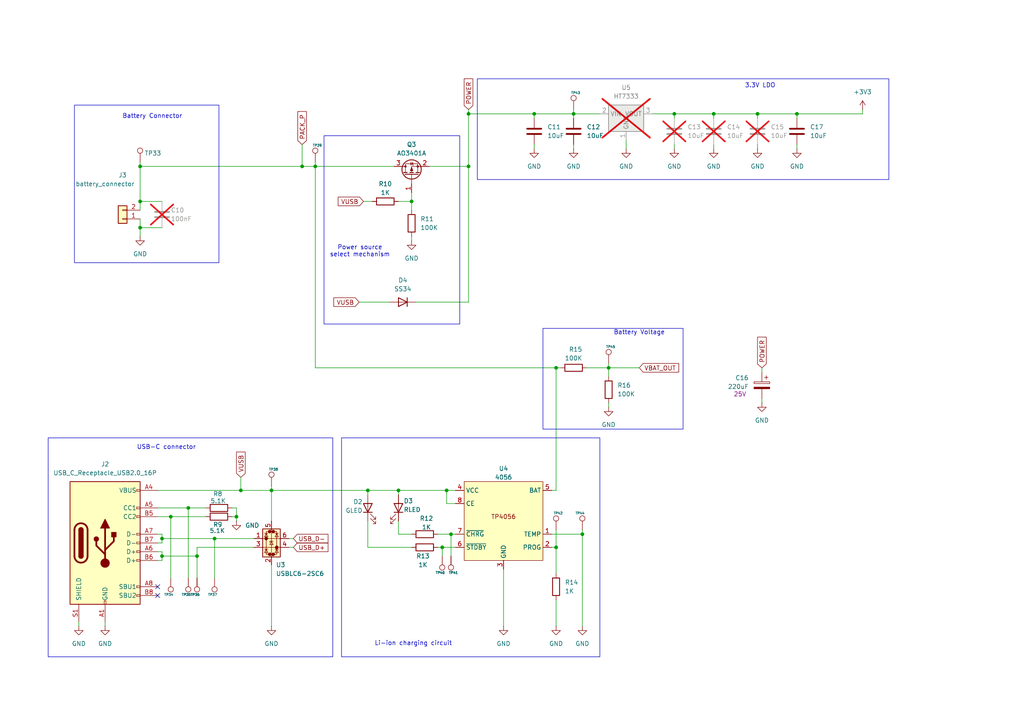
<source format=kicad_sch>
(kicad_sch (version 20250114) (generator "eeschema") (generator_version "9.0")
  (paper "A4")
  (title_block (title "Power") (date "2025-09-26") (rev "v1.0") (company "By Shrinath Nimare <shrinath.nimare@gmail.com>"))
  (lib_symbols
    (symbol "Connector:TestPoint" (pin_numbers (hide yes)) (pin_names (offset 0.762) (hide yes))
      (property "Reference" "TP" (at 0 6.858 0))
      (property "Value" "TestPoint" (at 0 5.08 0))
      (symbol "TestPoint_0_1"
        (circle (center 0 3.302) (radius 0.762))
      )
      (symbol "TestPoint_1_1"
        (pin passive line (at 0 0 90) (length 2.54) (name "1") (number "1"))
      )
    )
    (symbol "Connector:USB_C_Receptacle_USB2.0_16P" (pin_names (offset 1.016))
      (property "Reference" "J" (at 0 22.225 0))
      (property "Value" "USB_C_Receptacle_USB2.0_16P" (at 0 19.685 0))
      (symbol "USB_C_Receptacle_USB2.0_16P_0_0"
        (rectangle (start -0.254 -17.78) (end 0.254 -16.764))
        (rectangle (start 10.16 15.494) (end 9.144 14.986))
        (rectangle (start 10.16 10.414) (end 9.144 9.906))
        (rectangle (start 10.16 7.874) (end 9.144 7.366))
        (rectangle (start 10.16 2.794) (end 9.144 2.286))
        (rectangle (start 10.16 0.254) (end 9.144 -0.254))
        (rectangle (start 10.16 -2.286) (end 9.144 -2.794))
        (rectangle (start 10.16 -4.826) (end 9.144 -5.334))
        (rectangle (start 10.16 -12.446) (end 9.144 -12.954))
        (rectangle (start 10.16 -14.986) (end 9.144 -15.494))
      )
      (symbol "USB_C_Receptacle_USB2.0_16P_0_1"
        (rectangle (start -10.16 17.78) (end 10.16 -17.78) (stroke (width 0.254)) (fill (type background)))
        (polyline (pts (xy -8.89 -3.81) (xy -8.89 3.81)) (stroke (width 0.508)))
        (rectangle (start -7.62 -3.81) (end -6.35 3.81) (stroke (width 0.254)) (fill (type outline)))
        (arc (start -7.62 3.81) (mid -6.985 4.4423) (end -6.35 3.81) (stroke (width 0.254)))
        (arc (start -7.62 3.81) (mid -6.985 4.4423) (end -6.35 3.81) (stroke (width 0.254)) (fill (type outline)))
        (arc (start -8.89 3.81) (mid -6.985 5.7067) (end -5.08 3.81) (stroke (width 0.508)))
        (arc (start -5.08 -3.81) (mid -6.985 -5.7067) (end -8.89 -3.81) (stroke (width 0.508)))
        (arc (start -6.35 -3.81) (mid -6.985 -4.4423) (end -7.62 -3.81) (stroke (width 0.254)))
        (arc (start -6.35 -3.81) (mid -6.985 -4.4423) (end -7.62 -3.81) (stroke (width 0.254)) (fill (type outline)))
        (polyline (pts (xy -5.08 3.81) (xy -5.08 -3.81)) (stroke (width 0.508)))
        (circle (center -2.54 1.143) (radius 0.635) (stroke (width 0.254)) (fill (type outline)))
        (polyline (pts (xy -1.27 4.318) (xy 0 6.858) (xy 1.27 4.318) (xy -1.27 4.318)) (stroke (width 0.254)) (fill (type outline)))
        (polyline (pts (xy 0 -2.032) (xy 2.54 0.508) (xy 2.54 1.778)) (stroke (width 0.508)))
        (polyline (pts (xy 0 -3.302) (xy -2.54 -0.762) (xy -2.54 0.508)) (stroke (width 0.508)))
        (polyline (pts (xy 0 -5.842) (xy 0 4.318)) (stroke (width 0.508)))
        (circle (center 0 -5.842) (radius 1.27) (fill (type outline)))
        (rectangle (start 1.905 1.778) (end 3.175 3.048) (stroke (width 0.254)) (fill (type outline)))
      )
      (symbol "USB_C_Receptacle_USB2.0_16P_1_1"
        (pin passive line (at -7.62 -22.86 90) (length 5.08) (name "SHIELD") (number "S1"))
        (pin passive line (at 0 -22.86 90) (length 5.08) (name "GND") (number "A1"))
        (pin passive line (at 0 -22.86 90) (length 5.08) (hide yes) (name "GND") (number "A12"))
        (pin passive line (at 0 -22.86 90) (length 5.08) (hide yes) (name "GND") (number "B1"))
        (pin passive line (at 0 -22.86 90) (length 5.08) (hide yes) (name "GND") (number "B12"))
        (pin passive line (at 15.24 15.24 180) (length 5.08) (name "VBUS") (number "A4"))
        (pin passive line (at 15.24 15.24 180) (length 5.08) (hide yes) (name "VBUS") (number "A9"))
        (pin passive line (at 15.24 15.24 180) (length 5.08) (hide yes) (name "VBUS") (number "B4"))
        (pin passive line (at 15.24 15.24 180) (length 5.08) (hide yes) (name "VBUS") (number "B9"))
        (pin bidirectional line (at 15.24 10.16 180) (length 5.08) (name "CC1") (number "A5"))
        (pin bidirectional line (at 15.24 7.62 180) (length 5.08) (name "CC2") (number "B5"))
        (pin bidirectional line (at 15.24 2.54 180) (length 5.08) (name "D-") (number "A7"))
        (pin bidirectional line (at 15.24 0 180) (length 5.08) (name "D-") (number "B7"))
        (pin bidirectional line (at 15.24 -2.54 180) (length 5.08) (name "D+") (number "A6"))
        (pin bidirectional line (at 15.24 -5.08 180) (length 5.08) (name "D+") (number "B6"))
        (pin bidirectional line (at 15.24 -12.7 180) (length 5.08) (name "SBU1") (number "A8"))
        (pin bidirectional line (at 15.24 -15.24 180) (length 5.08) (name "SBU2") (number "B8"))
      )
    )
    (symbol "Connector_Generic:Conn_01x02" (pin_names (offset 1.016) (hide yes))
      (property "Reference" "J" (at 0 2.54 0))
      (property "Value" "Conn_01x02" (at 0 -5.08 0))
      (symbol "Conn_01x02_1_1"
        (rectangle (start -1.27 1.27) (end 1.27 -3.81) (stroke (width 0.254)) (fill (type background)))
        (rectangle (start -1.27 0.127) (end 0 -0.127) (stroke (width 0.1524)))
        (rectangle (start -1.27 -2.413) (end 0 -2.667) (stroke (width 0.1524)))
        (pin passive line (at -5.08 0 0) (length 3.81) (name "Pin_1") (number "1"))
        (pin passive line (at -5.08 -2.54 0) (length 3.81) (name "Pin_2") (number "2"))
      )
    )
    (symbol "Device:C" (pin_numbers (hide yes)) (pin_names (offset 0.254))
      (property "Reference" "C" (at 0.635 2.54 0))
      (property "Value" "C" (at 0.635 -2.54 0))
      (symbol "C_0_1"
        (polyline (pts (xy -2.032 0.762) (xy 2.032 0.762)) (stroke (width 0.508)))
        (polyline (pts (xy -2.032 -0.762) (xy 2.032 -0.762)) (stroke (width 0.508)))
      )
      (symbol "C_1_1"
        (pin passive line (at 0 3.81 270) (length 2.794) (name "~") (number "1"))
        (pin passive line (at 0 -3.81 90) (length 2.794) (name "~") (number "2"))
      )
    )
    (symbol "Device:C_Polarized" (pin_numbers (hide yes)) (pin_names (offset 0.254))
      (property "Reference" "C" (at 0.635 2.54 0))
      (property "Value" "C_Polarized" (at 0.635 -2.54 0))
      (symbol "C_Polarized_0_1"
        (rectangle (start -2.286 0.508) (end 2.286 1.016))
        (polyline (pts (xy -1.778 2.286) (xy -0.762 2.286)))
        (polyline (pts (xy -1.27 2.794) (xy -1.27 1.778)))
        (rectangle (start 2.286 -0.508) (end -2.286 -1.016) (fill (type outline)))
      )
      (symbol "C_Polarized_1_1"
        (pin passive line (at 0 3.81 270) (length 2.794) (name "~") (number "1"))
        (pin passive line (at 0 -3.81 90) (length 2.794) (name "~") (number "2"))
      )
    )
    (symbol "Device:D" (pin_numbers (hide yes)) (pin_names (offset 1.016) (hide yes))
      (property "Reference" "D" (at 0 2.54 0))
      (property "Value" "D" (at 0 -2.54 0))
      (symbol "D_0_1"
        (polyline (pts (xy -1.27 1.27) (xy -1.27 -1.27)) (stroke (width 0.254)))
        (polyline (pts (xy 1.27 1.27) (xy 1.27 -1.27) (xy -1.27 0) (xy 1.27 1.27)) (stroke (width 0.254)))
        (polyline (pts (xy 1.27 0) (xy -1.27 0)))
      )
      (symbol "D_1_1"
        (pin passive line (at -3.81 0 0) (length 2.54) (name "K") (number "1"))
        (pin passive line (at 3.81 0 180) (length 2.54) (name "A") (number "2"))
      )
    )
    (symbol "Device:LED" (pin_numbers (hide yes)) (pin_names (offset 1.016) (hide yes))
      (property "Reference" "D" (at 0 2.54 0))
      (property "Value" "LED" (at 0 -2.54 0))
      (symbol "LED_0_1"
        (polyline (pts (xy -3.048 -0.762) (xy -4.572 -2.286) (xy -3.81 -2.286) (xy -4.572 -2.286) (xy -4.572 -1.524)))
        (polyline (pts (xy -1.778 -0.762) (xy -3.302 -2.286) (xy -2.54 -2.286) (xy -3.302 -2.286) (xy -3.302 -1.524)))
        (polyline (pts (xy -1.27 0) (xy 1.27 0)))
        (polyline (pts (xy -1.27 -1.27) (xy -1.27 1.27)) (stroke (width 0.254)))
        (polyline (pts (xy 1.27 -1.27) (xy 1.27 1.27) (xy -1.27 0) (xy 1.27 -1.27)) (stroke (width 0.254)))
      )
      (symbol "LED_1_1"
        (pin passive line (at -3.81 0 0) (length 2.54) (name "K") (number "1"))
        (pin passive line (at 3.81 0 180) (length 2.54) (name "A") (number "2"))
      )
    )
    (symbol "Device:R" (pin_numbers (hide yes)) (pin_names (offset 0))
      (property "Reference" "R" (at 2.032 0 90))
      (property "Value" "R" (at 0 0 90))
      (symbol "R_0_1"
        (rectangle (start -1.016 -2.54) (end 1.016 2.54) (stroke (width 0.254)))
      )
      (symbol "R_1_1"
        (pin passive line (at 0 3.81 270) (length 1.27) (name "~") (number "1"))
        (pin passive line (at 0 -3.81 90) (length 1.27) (name "~") (number "2"))
      )
    )
    (symbol "Power_Protection:USBLC6-2SC6" (pin_names (hide yes))
      (property "Reference" "U" (at 0.635 5.715 0))
      (property "Value" "USBLC6-2SC6" (at 0.635 3.81 0))
      (symbol "USBLC6-2SC6_0_0"
        (circle (center -1.524 0) (radius 0.0001) (stroke (width 0.508)))
        (circle (center -0.508 2.032) (radius 0.0001) (stroke (width 0.508)))
        (circle (center -0.508 -4.572) (radius 0.0001) (stroke (width 0.508)))
        (circle (center 0.508 2.032) (radius 0.0001) (stroke (width 0.508)))
        (circle (center 0.508 -4.572) (radius 0.0001) (stroke (width 0.508)))
        (circle (center 1.524 -2.54) (radius 0.0001) (stroke (width 0.508)))
      )
      (symbol "USBLC6-2SC6_0_1"
        (polyline (pts (xy -2.54 0) (xy 2.54 0)))
        (polyline (pts (xy -2.54 -2.54) (xy 2.54 -2.54)))
        (polyline (pts (xy -2.032 0.508) (xy -1.016 0.508) (xy -1.524 1.524) (xy -2.032 0.508)))
        (polyline (pts (xy -2.032 -3.048) (xy -1.016 -3.048)))
        (polyline (pts (xy -1.016 1.524) (xy -2.032 1.524)))
        (polyline (pts (xy -1.016 -4.064) (xy -2.032 -4.064) (xy -1.524 -3.048) (xy -1.016 -4.064)))
        (polyline (pts (xy -0.508 -1.143) (xy -0.508 -0.762) (xy 0.508 -0.762)))
        (polyline (pts (xy 0 2.54) (xy -0.508 2.032) (xy 0.508 2.032) (xy 0 1.524) (xy 0 -4.064) (xy -0.508 -4.572) (xy 0.508 -4.572) (xy 0 -5.08)))
        (polyline (pts (xy 0.508 -1.778) (xy -0.508 -1.778) (xy 0 -0.762) (xy 0.508 -1.778)))
        (polyline (pts (xy 1.016 1.524) (xy 2.032 1.524)))
        (polyline (pts (xy 1.016 -3.048) (xy 2.032 -3.048)))
        (polyline (pts (xy 2.032 0.508) (xy 1.016 0.508) (xy 1.524 1.524) (xy 2.032 0.508)))
        (polyline (pts (xy 2.032 -4.064) (xy 1.016 -4.064) (xy 1.524 -3.048) (xy 2.032 -4.064)))
      )
      (symbol "USBLC6-2SC6_1_1"
        (rectangle (start -2.54 2.794) (end 2.54 -5.334) (stroke (width 0.254)) (fill (type background)))
        (polyline (pts (xy -0.508 2.032) (xy -1.524 2.032) (xy -1.524 -4.572) (xy -0.508 -4.572)))
        (polyline (pts (xy 0.508 -4.572) (xy 1.524 -4.572) (xy 1.524 2.032) (xy 0.508 2.032)))
        (pin passive line (at -5.08 0 0) (length 2.54) (name "I/O1") (number "1"))
        (pin passive line (at -5.08 -2.54 0) (length 2.54) (name "I/O2") (number "3"))
        (pin passive line (at 0 5.08 270) (length 2.54) (name "VBUS") (number "5"))
        (pin passive line (at 0 -7.62 90) (length 2.54) (name "GND") (number "2"))
        (pin passive line (at 5.08 0 180) (length 2.54) (name "I/O1") (number "6"))
        (pin passive line (at 5.08 -2.54 180) (length 2.54) (name "I/O2") (number "4"))
      )
    )
    (symbol "Regulator_Linear:HT75xx-1-SOT89"
      (property "Reference" "U" (at -5.08 -3.81 0))
      (property "Value" "HT75xx-1-SOT89" (at 0 6.35 0))
      (symbol "HT75xx-1-SOT89_0_1"
        (rectangle (start -5.08 5.08) (end 5.08 -2.54) (stroke (width 0.254)) (fill (type background)))
      )
      (symbol "HT75xx-1-SOT89_1_1"
        (pin power_in line (at -7.62 2.54 0) (length 2.54) (name "VIN") (number "2"))
        (pin power_in line (at 0 -5.08 90) (length 2.54) (name "GND") (number "1"))
        (pin power_out line (at 7.62 2.54 180) (length 2.54) (name "VOUT") (number "3"))
      )
    )
    (symbol "TP4056:TP4056"
      (property "Reference" "U" (at 0 17.78 0))
      (symbol "TP4056_1_1"
        (rectangle (start -11.43 10.16) (end 11.43 -12.7) (fill (type background)))
        (text "TP4056" (at 0 0 0) (effects (font (size 1.27 1.27))))
        (pin input line (at -13.97 7.62 0) (length 2.54) (name "VCC") (number "4"))
        (pin input line (at -13.97 3.81 0) (length 2.54) (name "CE") (number "8"))
        (pin input line (at -13.97 -5.08 0) (length 2.54) (name "~{CHRG}") (number "7"))
        (pin input line (at -13.97 -8.89 0) (length 2.54) (name "~{STDBY}") (number "6"))
        (pin input line (at 0 -15.24 90) (length 2.54) (name "GND") (number "3"))
        (pin input line (at 13.97 7.62 180) (length 2.54) (name "BAT") (number "5"))
        (pin input line (at 13.97 -5.08 180) (length 2.54) (name "TEMP") (number "1"))
        (pin input line (at 13.97 -8.89 180) (length 2.54) (name "PROG") (number "2"))
      )
    )
    (symbol "Transistor_FET:AO3401A" (pin_names (hide yes))
      (property "Reference" "Q" (at 5.08 1.905 0))
      (property "Value" "AO3401A" (at 5.08 0 0))
      (symbol "AO3401A_0_1"
        (polyline (pts (xy 0.254 1.905) (xy 0.254 -1.905)) (stroke (width 0.254)))
        (polyline (pts (xy 0.254 0) (xy -2.54 0)))
        (polyline (pts (xy 0.762 2.286) (xy 0.762 1.27)) (stroke (width 0.254)))
        (polyline (pts (xy 0.762 1.778) (xy 3.302 1.778) (xy 3.302 -1.778) (xy 0.762 -1.778)))
        (polyline (pts (xy 0.762 0.508) (xy 0.762 -0.508)) (stroke (width 0.254)))
        (polyline (pts (xy 0.762 -1.27) (xy 0.762 -2.286)) (stroke (width 0.254)))
        (circle (center 1.651 0) (radius 2.794) (stroke (width 0.254)))
        (polyline (pts (xy 2.286 0) (xy 1.27 0.381) (xy 1.27 -0.381) (xy 2.286 0)) (fill (type outline)))
        (polyline (pts (xy 2.54 2.54) (xy 2.54 1.778)))
        (circle (center 2.54 1.778) (radius 0.254) (fill (type outline)))
        (circle (center 2.54 -1.778) (radius 0.254) (fill (type outline)))
        (polyline (pts (xy 2.54 -2.54) (xy 2.54 0) (xy 0.762 0)))
        (polyline (pts (xy 2.794 -0.508) (xy 2.921 -0.381) (xy 3.683 -0.381) (xy 3.81 -0.254)))
        (polyline (pts (xy 3.302 -0.381) (xy 2.921 0.254) (xy 3.683 0.254) (xy 3.302 -0.381)))
      )
      (symbol "AO3401A_1_1"
        (pin input line (at -5.08 0 0) (length 2.54) (name "G") (number "1"))
        (pin passive line (at 2.54 5.08 270) (length 2.54) (name "D") (number "3"))
        (pin passive line (at 2.54 -5.08 90) (length 2.54) (name "S") (number "2"))
      )
    )
    (symbol "power:+3V3" (power) (pin_numbers (hide yes)) (pin_names (offset 0) (hide yes))
      (property "Value" "+3V3" (at 0 3.556 0))
      (symbol "+3V3_0_1"
        (polyline (pts (xy -0.762 1.27) (xy 0 2.54)))
        (polyline (pts (xy 0 2.54) (xy 0.762 1.27)))
        (polyline (pts (xy 0 0) (xy 0 2.54)))
      )
      (symbol "+3V3_1_1"
        (pin power_in line (at 0 0 90) (length 0) (name "~") (number "1"))
      )
    )
    (symbol "power:GND" (power) (pin_numbers (hide yes)) (pin_names (offset 0) (hide yes))
      (property "Value" "GND" (at 0 -3.81 0))
      (symbol "GND_0_1"
        (polyline (pts (xy 0 0) (xy 0 -1.27) (xy 1.27 -1.27) (xy 0 -2.54) (xy -1.27 -1.27) (xy 0 -1.27)))
      )
      (symbol "GND_1_1"
        (pin power_in line (at 0 0 270) (length 0) (name "~") (number "1"))
      )
    )
  )
  (rectangle (start 99.06 127) (end 173.99 190.5))
  (rectangle (start 93.98 39.37) (end 133.35 93.98))
  (rectangle (start 21.59 30.48) (end 63.5 76.2))
  (rectangle (start 138.43 22.86) (end 257.81 52.07))
  (rectangle (start 13.97 127) (end 96.52 190.5))
  (rectangle (start 157.48 95.25) (end 198.12 124.46))
  (text "Battery Connector" (at 44.196 33.782 0) (effects (font (size 1.27 1.27))))
  (text "Battery Voltage" (at 185.42 96.52 0) (effects (font (size 1.27 1.27))))
  (text "3.3V LDO" (at 220.472 24.892 0) (effects (font (size 1.27 1.27))))
  (text "USB-C connector" (at 48.26 129.794 0) (effects (font (size 1.27 1.27))))
  (text "Li-ion charging circuit" (at 119.888 186.69 0) (effects (font (size 1.27 1.27))))
  (text "Power source\nselect mechanism" (at 104.394 72.898 0) (effects (font (size 1.27 1.27))))
  (junction (at 68.58 149.86))
  (junction (at 154.94 33.02))
  (junction (at 57.15 161.29))
  (junction (at 69.85 142.24))
  (junction (at 115.57 142.24))
  (junction (at 176.53 106.68))
  (junction (at 46.99 161.29))
  (junction (at 46.99 156.21))
  (junction (at 62.23 156.21))
  (junction (at 130.81 154.94))
  (junction (at 128.27 158.75))
  (junction (at 195.58 33.02))
  (junction (at 87.63 48.26))
  (junction (at 106.68 142.24))
  (junction (at 231.14 33.02))
  (junction (at 135.89 48.26))
  (junction (at 129.54 142.24))
  (junction (at 119.38 58.42))
  (junction (at 166.37 33.02))
  (junction (at 161.29 158.75))
  (junction (at 40.64 48.26))
  (junction (at 49.53 149.86))
  (junction (at 40.64 66.04))
  (junction (at 54.61 147.32))
  (junction (at 207.01 33.02))
  (junction (at 161.29 106.68))
  (junction (at 219.71 33.02))
  (junction (at 135.89 33.02))
  (junction (at 91.44 48.26))
  (junction (at 78.74 142.24))
  (junction (at 168.91 154.94))
  (junction (at 40.64 58.42))
  (no_connect (at 45.72 172.72))
  (no_connect (at 45.72 170.18))
  (wire (pts (xy 127 154.94) (xy 130.81 154.94)))
  (wire (pts (xy 115.57 142.24) (xy 115.57 143.51)))
  (wire (pts (xy 154.94 33.02) (xy 135.89 33.02)))
  (wire (pts (xy 146.05 165.1) (xy 146.05 181.61)))
  (wire (pts (xy 128.27 158.75) (xy 128.27 161.29)))
  (wire (pts (xy 46.99 160.02) (xy 46.99 161.29)))
  (wire (pts (xy 119.38 55.88) (xy 119.38 58.42)))
  (wire (pts (xy 46.99 161.29) (xy 46.99 162.56)))
  (wire (pts (xy 40.64 58.42) (xy 40.64 48.26)))
  (wire (pts (xy 207.01 34.29) (xy 207.01 33.02)))
  (wire (pts (xy 176.53 109.22) (xy 176.53 106.68)))
  (wire (pts (xy 62.23 156.21) (xy 62.23 167.64)))
  (wire (pts (xy 220.98 106.68) (xy 220.98 107.95)))
  (wire (pts (xy 49.53 149.86) (xy 59.69 149.86)))
  (wire (pts (xy 40.64 48.26) (xy 87.63 48.26)))
  (wire (pts (xy 78.74 163.83) (xy 78.74 181.61)))
  (wire (pts (xy 161.29 106.68) (xy 91.44 106.68)))
  (wire (pts (xy 45.72 154.94) (xy 46.99 154.94)))
  (wire (pts (xy 132.08 146.05) (xy 129.54 146.05)))
  (wire (pts (xy 68.58 149.86) (xy 68.58 151.13)))
  (wire (pts (xy 135.89 33.02) (xy 135.89 48.26)))
  (wire (pts (xy 87.63 41.91) (xy 87.63 48.26)))
  (wire (pts (xy 91.44 48.26) (xy 114.3 48.26)))
  (wire (pts (xy 220.98 116.84) (xy 220.98 115.57)))
  (wire (pts (xy 69.85 142.24) (xy 45.72 142.24)))
  (wire (pts (xy 45.72 147.32) (xy 54.61 147.32)))
  (wire (pts (xy 30.48 180.34) (xy 30.48 181.61)))
  (wire (pts (xy 154.94 34.29) (xy 154.94 33.02)))
  (wire (pts (xy 45.72 160.02) (xy 46.99 160.02)))
  (wire (pts (xy 219.71 34.29) (xy 219.71 33.02)))
  (wire (pts (xy 91.44 46.99) (xy 91.44 48.26)))
  (wire (pts (xy 135.89 48.26) (xy 135.89 87.63)))
  (wire (pts (xy 161.29 106.68) (xy 162.56 106.68)))
  (wire (pts (xy 166.37 31.75) (xy 166.37 33.02)))
  (wire (pts (xy 207.01 41.91) (xy 207.01 43.18)))
  (wire (pts (xy 54.61 147.32) (xy 54.61 167.64)))
  (wire (pts (xy 189.23 33.02) (xy 195.58 33.02)))
  (wire (pts (xy 57.15 161.29) (xy 57.15 158.75)))
  (wire (pts (xy 115.57 142.24) (xy 129.54 142.24)))
  (wire (pts (xy 49.53 149.86) (xy 49.53 167.64)))
  (wire (pts (xy 250.19 33.02) (xy 250.19 31.75)))
  (wire (pts (xy 181.61 40.64) (xy 181.61 43.18)))
  (wire (pts (xy 40.64 46.99) (xy 40.64 48.26)))
  (wire (pts (xy 69.85 142.24) (xy 78.74 142.24)))
  (wire (pts (xy 40.64 58.42) (xy 46.99 58.42)))
  (wire (pts (xy 57.15 158.75) (xy 73.66 158.75)))
  (wire (pts (xy 85.09 158.75) (xy 83.82 158.75)))
  (wire (pts (xy 129.54 142.24) (xy 132.08 142.24)))
  (wire (pts (xy 161.29 106.68) (xy 161.29 142.24)))
  (wire (pts (xy 46.99 154.94) (xy 46.99 156.21)))
  (wire (pts (xy 54.61 147.32) (xy 59.69 147.32)))
  (wire (pts (xy 124.46 48.26) (xy 135.89 48.26)))
  (wire (pts (xy 130.81 154.94) (xy 130.81 161.29)))
  (wire (pts (xy 231.14 33.02) (xy 250.19 33.02)))
  (wire (pts (xy 120.65 87.63) (xy 135.89 87.63)))
  (wire (pts (xy 40.64 60.96) (xy 40.64 58.42)))
  (wire (pts (xy 154.94 33.02) (xy 166.37 33.02)))
  (wire (pts (xy 166.37 33.02) (xy 173.99 33.02)))
  (wire (pts (xy 161.29 181.61) (xy 161.29 173.99)))
  (wire (pts (xy 166.37 41.91) (xy 166.37 43.18)))
  (wire (pts (xy 57.15 161.29) (xy 57.15 167.64)))
  (wire (pts (xy 22.86 180.34) (xy 22.86 181.61)))
  (wire (pts (xy 168.91 154.94) (xy 160.02 154.94)))
  (wire (pts (xy 119.38 158.75) (xy 106.68 158.75)))
  (wire (pts (xy 106.68 158.75) (xy 106.68 151.13)))
  (wire (pts (xy 78.74 142.24) (xy 106.68 142.24)))
  (wire (pts (xy 46.99 156.21) (xy 46.99 157.48)))
  (wire (pts (xy 161.29 142.24) (xy 160.02 142.24)))
  (wire (pts (xy 166.37 34.29) (xy 166.37 33.02)))
  (wire (pts (xy 154.94 41.91) (xy 154.94 43.18)))
  (wire (pts (xy 40.64 63.5) (xy 40.64 66.04)))
  (wire (pts (xy 68.58 147.32) (xy 68.58 149.86)))
  (wire (pts (xy 67.31 147.32) (xy 68.58 147.32)))
  (wire (pts (xy 106.68 142.24) (xy 115.57 142.24)))
  (wire (pts (xy 170.18 106.68) (xy 176.53 106.68)))
  (wire (pts (xy 115.57 151.13) (xy 115.57 154.94)))
  (wire (pts (xy 67.31 149.86) (xy 68.58 149.86)))
  (wire (pts (xy 104.14 87.63) (xy 113.03 87.63)))
  (wire (pts (xy 119.38 68.58) (xy 119.38 69.85)))
  (wire (pts (xy 219.71 41.91) (xy 219.71 43.18)))
  (wire (pts (xy 127 158.75) (xy 128.27 158.75)))
  (wire (pts (xy 231.14 34.29) (xy 231.14 33.02)))
  (wire (pts (xy 130.81 154.94) (xy 132.08 154.94)))
  (wire (pts (xy 91.44 48.26) (xy 91.44 106.68)))
  (wire (pts (xy 168.91 181.61) (xy 168.91 154.94)))
  (wire (pts (xy 105.41 58.42) (xy 107.95 58.42)))
  (wire (pts (xy 135.89 31.75) (xy 135.89 33.02)))
  (wire (pts (xy 46.99 162.56) (xy 45.72 162.56)))
  (wire (pts (xy 40.64 66.04) (xy 40.64 68.58)))
  (wire (pts (xy 46.99 157.48) (xy 45.72 157.48)))
  (wire (pts (xy 161.29 158.75) (xy 160.02 158.75)))
  (wire (pts (xy 161.29 153.67) (xy 161.29 158.75)))
  (wire (pts (xy 40.64 66.04) (xy 46.99 66.04)))
  (wire (pts (xy 78.74 142.24) (xy 78.74 151.13)))
  (wire (pts (xy 119.38 58.42) (xy 119.38 60.96)))
  (wire (pts (xy 87.63 48.26) (xy 91.44 48.26)))
  (wire (pts (xy 46.99 156.21) (xy 62.23 156.21)))
  (wire (pts (xy 78.74 140.97) (xy 78.74 142.24)))
  (wire (pts (xy 207.01 33.02) (xy 219.71 33.02)))
  (wire (pts (xy 176.53 116.84) (xy 176.53 118.11)))
  (wire (pts (xy 168.91 153.67) (xy 168.91 154.94)))
  (wire (pts (xy 62.23 156.21) (xy 73.66 156.21)))
  (wire (pts (xy 195.58 33.02) (xy 207.01 33.02)))
  (wire (pts (xy 219.71 33.02) (xy 231.14 33.02)))
  (wire (pts (xy 106.68 142.24) (xy 106.68 143.51)))
  (wire (pts (xy 129.54 146.05) (xy 129.54 142.24)))
  (wire (pts (xy 46.99 161.29) (xy 57.15 161.29)))
  (wire (pts (xy 195.58 34.29) (xy 195.58 33.02)))
  (wire (pts (xy 231.14 41.91) (xy 231.14 43.18)))
  (wire (pts (xy 69.85 138.43) (xy 69.85 142.24)))
  (wire (pts (xy 85.09 156.21) (xy 83.82 156.21)))
  (wire (pts (xy 161.29 166.37) (xy 161.29 158.75)))
  (wire (pts (xy 115.57 58.42) (xy 119.38 58.42)))
  (wire (pts (xy 128.27 158.75) (xy 132.08 158.75)))
  (wire (pts (xy 45.72 149.86) (xy 49.53 149.86)))
  (wire (pts (xy 115.57 154.94) (xy 119.38 154.94)))
  (wire (pts (xy 176.53 106.68) (xy 185.42 106.68)))
  (wire (pts (xy 176.53 105.41) (xy 176.53 106.68)))
  (wire (pts (xy 195.58 41.91) (xy 195.58 43.18)))
  (global_label "POWER" (shape input) (at 135.89 31.75 90) (property "Intersheetrefs" "${INTERSHEET_REFS}" (effects (hide yes))))
  (global_label "VUSB" (shape input) (at 105.41 58.42 180) (property "Intersheetrefs" "${INTERSHEET_REFS}" (effects (hide yes))))
  (global_label "USB_D-" (shape input) (at 85.09 156.21 0) (property "Intersheetrefs" "${INTERSHEET_REFS}" (effects (hide yes))))
  (global_label "VUSB" (shape input) (at 69.85 138.43 90) (property "Intersheetrefs" "${INTERSHEET_REFS}" (effects (hide yes))))
  (global_label "PACK_P" (shape input) (at 87.63 41.91 90) (effects (font (thickness 0.1588))) (property "Intersheetrefs" "${INTERSHEET_REFS}" (effects (hide yes))))
  (global_label "VUSB" (shape input) (at 104.14 87.63 180) (property "Intersheetrefs" "${INTERSHEET_REFS}" (effects (hide yes))))
  (global_label "USB_D+" (shape input) (at 85.09 158.75 0) (property "Intersheetrefs" "${INTERSHEET_REFS}" (effects (hide yes))))
  (global_label "VBAT_OUT" (shape input) (at 185.42 106.68 0) (property "Intersheetrefs" "${INTERSHEET_REFS}" (effects (hide yes))))
  (global_label "POWER" (shape input) (at 220.98 106.68 90) (property "Intersheetrefs" "${INTERSHEET_REFS}" (effects (hide yes))))
  (symbol (lib_id "Device:D") (at 116.84 87.63 180) (unit 1)
    (property "Reference" "D4" (at 116.84 81.28 0))
    (property "Value" "SS34" (at 116.84 83.82 0))
    (property "Footprint" "Diode_SMD:D_SMA" (effects (hide yes)))
    (property "Description" "Diode" (effects (hide yes)))
    (property "Sim.Device" "D" (effects (hide yes)))
    (property "Sim.Pins" "1=K 2=A" (effects (hide yes)))
    (property "Source" "Own" (effects (hide yes)))
  )
  (symbol (lib_id "Device:R") (at 176.53 113.03 180) (unit 1)
    (property "Reference" "R16" (at 179.07 111.7599 0) (effects (justify right)))
    (property "Value" "100K" (at 179.07 114.2999 0) (effects (justify right)))
    (property "Footprint" "Resistor_SMD:R_0805_2012Metric" (effects (hide yes)))
    (property "Description" "Resistor" (effects (hide yes)))
    (property "Source" "Evelta" (effects (hide yes)))
    (property "Source_URL" "https://evelta.com/100k-1-0805-chip-resistor-rc0805fr-07100kl/" (effects (hide yes)))
  )
  (symbol (lib_id "power:GND") (at 161.29 181.61 0) (unit 1)
    (property "Reference" "#PWR039" (effects (hide yes)))
    (property "Value" "GND" (at 161.29 186.69 0))
    (property "Description" "Power symbol creates a global label with name \"GND\" , ground" (effects (hide yes)))
  )
  (symbol (lib_id "Device:R") (at 123.19 158.75 90) (mirror x) (unit 1)
    (property "Reference" "R13" (at 122.682 161.29 90))
    (property "Value" "1K" (at 122.682 163.83 90))
    (property "Footprint" "Resistor_SMD:R_0805_2012Metric" (effects (hide yes)))
    (property "Description" "Resistor" (effects (hide yes)))
    (property "Source" "Evelta" (effects (hide yes)))
    (property "Source_URL" "https://evelta.com/1k-1-0805-thick-film-chip-resistor-0805w8f1001t5e/" (effects (hide yes)))
  )
  (symbol (lib_id "power:GND") (at 119.38 69.85 0) (unit 1)
    (property "Reference" "#PWR036" (effects (hide yes)))
    (property "Value" "GND" (at 119.38 74.93 0))
    (property "Description" "Power symbol creates a global label with name \"GND\" , ground" (effects (hide yes)))
  )
  (symbol (lib_id "Connector:TestPoint") (at 128.27 161.29 180) (unit 1)
    (property "Reference" "TP40" (at 129.032 166.116 0) (effects (font (size 0.7 0.7)) (justify left)))
    (property "Value" "TestPoint" (effects (hide yes)))
    (property "Footprint" "small_tp:TestPoint_Pad_D1.0mm_small" (effects (hide yes)))
  )
  (symbol (lib_id "Connector:TestPoint") (at 78.74 140.97 0) (unit 1)
    (property "Reference" "TP38" (at 77.978 136.144 0) (effects (font (size 0.7 0.7)) (justify left)))
    (property "Value" "TestPoint" (effects (hide yes)))
    (property "Footprint" "small_tp:TestPoint_Pad_D1.0mm_small" (effects (hide yes)))
  )
  (symbol (lib_id "TP4056:TP4056") (at 146.05 149.86 0) (unit 1)
    (property "Reference" "U4" (at 146.05 135.89 0))
    (property "Value" "4056" (at 146.05 138.43 0))
    (property "Footprint" "Package_SO:SOP-8_3.9x4.9mm_P1.27mm" (effects (hide yes)))
    (property "Source" "Own" (effects (hide yes)))
  )
  (symbol (lib_id "Device:R") (at 63.5 149.86 90) (unit 1)
    (property "Reference" "R9" (at 64.516 152.146 90) (effects (justify left)))
    (property "Value" "5.1K" (at 65.278 153.924 90) (effects (justify left)))
    (property "Footprint" "Resistor_SMD:R_0805_2012Metric" (effects (hide yes)))
    (property "Description" "Resistor" (effects (hide yes)))
    (property "Source" "Evelta" (effects (hide yes)))
    (property "Source_URL" "https://evelta.com/5-1k-1-0-125w-0805-chip-resistor/" (effects (hide yes)))
  )
  (symbol (lib_id "Connector:TestPoint") (at 40.64 46.99 0) (unit 1)
    (property "Reference" "TP33" (at 41.91 44.45 0) (effects (justify left)))
    (property "Value" "TestPoint" (effects (hide yes)))
    (property "Footprint" "small_tp:TestPoint_Pad_D1.0mm_small" (effects (hide yes)))
  )
  (symbol (lib_id "power:GND") (at 166.37 43.18 0) (unit 1)
    (property "Reference" "#PWR040" (effects (hide yes)))
    (property "Value" "GND" (at 166.37 48.26 0))
    (property "Description" "Power symbol creates a global label with name \"GND\" , ground" (effects (hide yes)))
  )
  (symbol (lib_id "Connector:TestPoint") (at 130.81 161.29 180) (unit 1)
    (property "Reference" "TP41" (at 132.842 166.116 0) (effects (font (size 0.7 0.7)) (justify left)))
    (property "Value" "TestPoint" (effects (hide yes)))
    (property "Footprint" "small_tp:TestPoint_Pad_D1.0mm_small" (effects (hide yes)))
  )
  (symbol (lib_id "Device:C") (at 207.01 38.1 0) (mirror y) (unit 1) (dnp yes)
    (property "Reference" "C14" (at 210.82 36.8299 0) (effects (justify right)))
    (property "Value" "10uF" (at 210.82 39.3699 0) (effects (justify right)))
    (property "Footprint" "Capacitor_SMD:C_0805_2012Metric" (effects (hide yes)))
    (property "Description" "Unpolarized capacitor" (effects (hide yes)))
    (property "Source" "Evelta" (effects (hide yes)))
    (property "Source_URL" "https://evelta.com/10uf-25v-10-x5r-0805-capacitor/" (effects (hide yes)))
  )
  (symbol (lib_id "power:GND") (at 219.71 43.18 0) (unit 1)
    (property "Reference" "#PWR046" (effects (hide yes)))
    (property "Value" "GND" (at 219.71 48.26 0))
    (property "Description" "Power symbol creates a global label with name \"GND\" , ground" (effects (hide yes)))
  )
  (symbol (lib_id "Device:C") (at 154.94 38.1 0) (mirror y) (unit 1)
    (property "Reference" "C11" (at 158.75 36.8299 0) (effects (justify right)))
    (property "Value" "10uF" (at 158.75 39.3699 0) (effects (justify right)))
    (property "Footprint" "Capacitor_SMD:C_0805_2012Metric" (effects (hide yes)))
    (property "Description" "Unpolarized capacitor" (effects (hide yes)))
    (property "Source" "Evelta" (effects (hide yes)))
    (property "Source_URL" "https://evelta.com/10uf-25v-10-x5r-0805-capacitor/" (effects (hide yes)))
  )
  (symbol (lib_id "power:GND") (at 181.61 43.18 0) (unit 1)
    (property "Reference" "#PWR043" (effects (hide yes)))
    (property "Value" "GND" (at 181.61 48.26 0))
    (property "Description" "Power symbol creates a global label with name \"GND\" , ground" (effects (hide yes)))
  )
  (symbol (lib_id "Device:R") (at 111.76 58.42 90) (unit 1)
    (property "Reference" "R10" (at 111.76 53.34 90))
    (property "Value" "1K" (at 111.76 55.88 90))
    (property "Footprint" "Resistor_SMD:R_0805_2012Metric" (effects (hide yes)))
    (property "Description" "Resistor" (effects (hide yes)))
    (property "Source" "Evelta" (effects (hide yes)))
    (property "Source_URL" "https://evelta.com/1k-1-0805-thick-film-chip-resistor-0805w8f1001t5e/" (effects (hide yes)))
  )
  (symbol (lib_id "power:GND") (at 168.91 181.61 0) (unit 1)
    (property "Reference" "#PWR041" (effects (hide yes)))
    (property "Value" "GND" (at 168.91 186.69 0))
    (property "Description" "Power symbol creates a global label with name \"GND\" , ground" (effects (hide yes)))
  )
  (symbol (lib_id "Device:LED") (at 106.68 147.32 90) (unit 1)
    (property "Reference" "D2" (at 105.156 145.542 90) (effects (justify left)))
    (property "Value" "GLED" (at 105.156 148.082 90) (effects (justify left)))
    (property "Footprint" "LED_SMD:LED_0805_2012Metric" (effects (hide yes)))
    (property "Description" "Light emitting diode" (effects (hide yes)))
    (property "Source" "Evelta" (effects (hide yes)))
    (property "Source_URL" "https://evelta.com/0805-yellow-green-smd-led-567nm/" (effects (hide yes)))
  )
  (symbol (lib_id "power:GND") (at 231.14 43.18 0) (unit 1)
    (property "Reference" "#PWR048" (effects (hide yes)))
    (property "Value" "GND" (at 231.14 48.26 0))
    (property "Description" "Power symbol creates a global label with name \"GND\" , ground" (effects (hide yes)))
  )
  (symbol (lib_id "Connector:TestPoint") (at 49.53 167.64 180) (unit 1)
    (property "Reference" "TP34" (at 50.292 172.466 0) (effects (font (size 0.7 0.7)) (justify left)))
    (property "Value" "TestPoint" (effects (hide yes)))
    (property "Footprint" "small_tp:TestPoint_Pad_D1.0mm_small" (effects (hide yes)))
  )
  (symbol (lib_id "Power_Protection:USBLC6-2SC6") (at 78.74 156.21 0) (unit 1)
    (property "Reference" "U3" (at 80.01 163.83 0) (effects (justify left)))
    (property "Value" "USBLC6-2SC6" (at 80.01 166.37 0) (effects (justify left)))
    (property "Footprint" "Package_TO_SOT_SMD:SOT-23-6" (effects (hide yes)))
    (property "Datasheet" "https://www.st.com/resource/en/datasheet/usblc6-2.pdf" (effects (hide yes)))
    (property "Description" "Very low capacitance ESD protection diode, 2 data-line, SOT-23-6" (effects (hide yes)))
    (property "Source" "Inkocean" (effects (hide yes)))
    (property "Source_URL" "https://inkocean.in/products/usblc6-2sc6-usblc62sc6-sot23-6-ul26-screen-esd-protection-chip" (effects (hide yes)))
  )
  (symbol (lib_id "Connector:TestPoint") (at 62.23 167.64 180) (unit 1)
    (property "Reference" "TP37" (at 62.992 172.466 0) (effects (font (size 0.7 0.7)) (justify left)))
    (property "Value" "TestPoint" (effects (hide yes)))
    (property "Footprint" "small_tp:TestPoint_Pad_D1.0mm_small" (effects (hide yes)))
  )
  (symbol (lib_id "Device:C_Polarized") (at 220.98 111.76 0) (mirror y) (unit 1)
    (property "Reference" "C16" (at 217.17 109.601 0) (effects (justify left)))
    (property "Value" "220uF" (at 217.17 112.141 0) (effects (justify left)))
    (property "Footprint" "Capacitor_THT:CP_Radial_D5.0mm_P2.00mm" (effects (hide yes)))
    (property "Rating" "25V" (at 214.63 114.3 0))
  )
  (symbol (lib_id "Device:R") (at 123.19 154.94 90) (unit 1)
    (property "Reference" "R12" (at 123.698 150.368 90))
    (property "Value" "1K" (at 123.698 152.908 90))
    (property "Footprint" "Resistor_SMD:R_0805_2012Metric" (effects (hide yes)))
    (property "Description" "Resistor" (effects (hide yes)))
    (property "Source" "Evelta" (effects (hide yes)))
    (property "Source_URL" "https://evelta.com/1k-1-0805-thick-film-chip-resistor-0805w8f1001t5e/" (effects (hide yes)))
  )
  (symbol (lib_id "Device:C") (at 46.99 62.23 0) (unit 1) (dnp yes)
    (property "Reference" "C10" (at 49.53 60.96 0) (effects (justify left)))
    (property "Value" "100nF" (at 49.53 63.5 0) (effects (justify left)))
    (property "Footprint" "Capacitor_SMD:C_0805_2012Metric" (effects (hide yes)))
    (property "Source" "Evelta" (effects (hide yes)))
    (property "Source_URL" "https://evelta.com/100nf-50v-10-x7r-0805-capacitor/" (effects (hide yes)))
  )
  (symbol (lib_id "Device:R") (at 119.38 64.77 180) (unit 1)
    (property "Reference" "R11" (at 121.92 63.4999 0) (effects (justify right)))
    (property "Value" "100K" (at 121.92 66.0399 0) (effects (justify right)))
    (property "Footprint" "Resistor_SMD:R_0805_2012Metric" (effects (hide yes)))
    (property "Description" "Resistor" (effects (hide yes)))
    (property "Source" "Evelta" (effects (hide yes)))
    (property "Source_URL" "https://evelta.com/100k-1-0805-chip-resistor-rc0805fr-07100kl/" (effects (hide yes)))
  )
  (symbol (lib_id "Connector:TestPoint") (at 91.44 46.99 0) (unit 1)
    (property "Reference" "TP39" (at 90.678 42.164 0) (effects (font (size 0.7 0.7)) (justify left)))
    (property "Value" "TestPoint" (effects (hide yes)))
    (property "Footprint" "small_tp:TestPoint_Pad_D1.0mm_small" (effects (hide yes)))
  )
  (symbol (lib_id "power:GND") (at 207.01 43.18 0) (unit 1)
    (property "Reference" "#PWR045" (effects (hide yes)))
    (property "Value" "GND" (at 207.01 48.26 0))
    (property "Description" "Power symbol creates a global label with name \"GND\" , ground" (effects (hide yes)))
  )
  (symbol (lib_id "Connector:TestPoint") (at 166.37 31.75 0) (unit 1)
    (property "Reference" "TP43" (at 165.608 26.924 0) (effects (font (size 0.7 0.7)) (justify left)))
    (property "Value" "TestPoint" (effects (hide yes)))
    (property "Footprint" "small_tp:TestPoint_Pad_D1.0mm_small" (effects (hide yes)))
  )
  (symbol (lib_id "Transistor_FET:AO3401A") (at 119.38 50.8 90) (unit 1)
    (property "Reference" "Q3" (at 119.38 41.91 90))
    (property "Value" "AO3401A" (at 119.38 44.45 90))
    (property "Footprint" "Package_TO_SOT_SMD:SOT-23" (effects (hide yes)))
    (property "Datasheet" "http://www.aosmd.com/pdfs/datasheet/AO3401A.pdf" (effects (hide yes)))
    (property "Description" "-4.0A Id, -30V Vds, P-Channel MOSFET, SOT-23" (effects (hide yes)))
    (property "Source" "Own" (effects (hide yes)))
  )
  (symbol (lib_id "power:GND") (at 78.74 181.61 0) (unit 1)
    (property "Reference" "#PWR035" (effects (hide yes)))
    (property "Value" "GND" (at 78.74 186.69 0))
    (property "Description" "Power symbol creates a global label with name \"GND\" , ground" (effects (hide yes)))
  )
  (symbol (lib_id "Device:C") (at 166.37 38.1 0) (mirror y) (unit 1)
    (property "Reference" "C12" (at 170.18 36.8299 0) (effects (justify right)))
    (property "Value" "10uF" (at 170.18 39.3699 0) (effects (justify right)))
    (property "Footprint" "Capacitor_SMD:C_0805_2012Metric" (effects (hide yes)))
    (property "Description" "Unpolarized capacitor" (effects (hide yes)))
    (property "Source" "Evelta" (effects (hide yes)))
    (property "Source_URL" "https://evelta.com/10uf-25v-10-x5r-0805-capacitor/" (effects (hide yes)))
  )
  (symbol (lib_id "power:GND") (at 68.58 151.13 0) (unit 1)
    (property "Reference" "#PWR034" (effects (hide yes)))
    (property "Value" "GND" (at 71.12 152.3999 0) (effects (justify left)))
    (property "Description" "Power symbol creates a global label with name \"GND\" , ground" (effects (hide yes)))
  )
  (symbol (lib_id "Regulator_Linear:HT75xx-1-SOT89") (at 181.61 35.56 0) (unit 1) (dnp yes)
    (property "Reference" "U5" (at 181.61 25.4 0))
    (property "Value" "HT7333" (at 181.61 27.94 0))
    (property "Footprint" "Package_TO_SOT_SMD:SOT-89-3" (effects (hide yes)))
    (property "Datasheet" "https://www.holtek.com/documents/10179/116711/HT75xx-1v250.pdf" (effects (hide yes)))
    (property "Description" "100mA Low Dropout Voltage Regulator, Fixed Output, SOT89" (effects (hide yes)))
    (property "Source" "Own" (effects (hide yes)))
  )
  (symbol (lib_id "Connector:TestPoint") (at 161.29 153.67 0) (unit 1)
    (property "Reference" "TP42" (at 160.528 148.844 0) (effects (font (size 0.7 0.7)) (justify left)))
    (property "Value" "TestPoint" (effects (hide yes)))
    (property "Footprint" "small_tp:TestPoint_Pad_D1.0mm_small" (effects (hide yes)))
  )
  (symbol (lib_id "Connector:USB_C_Receptacle_USB2.0_16P") (at 30.48 157.48 0) (unit 1)
    (property "Reference" "J2" (at 30.48 134.62 0))
    (property "Value" "USB_C_Receptacle_USB2.0_16P" (at 30.48 137.16 0))
    (property "Footprint" "Connector_USB:USB_C_Receptacle_HRO_TYPE-C-31-M-12" (effects (hide yes)))
    (property "Datasheet" "https://www.usb.org/sites/default/files/documents/usb_type-c.zip" (effects (hide yes)))
    (property "Description" "USB 2.0-only 16P Type-C Receptacle connector" (effects (hide yes)))
    (property "Source" "Evelta" (effects (hide yes)))
    (property "Source_URL" "https://evelta.com/mup-u20401-1---usb-type-c-connector-receptacle-smt-16pin-l7.35/" (effects (hide yes)))
  )
  (symbol (lib_id "power:GND") (at 30.48 181.61 0) (unit 1)
    (property "Reference" "#PWR032" (effects (hide yes)))
    (property "Value" "GND" (at 30.48 186.69 0))
    (property "Description" "Power symbol creates a global label with name \"GND\" , ground" (effects (hide yes)))
  )
  (symbol (lib_id "Device:LED") (at 115.57 147.32 270) (mirror x) (unit 1)
    (property "Reference" "D3" (at 117.094 145.288 90) (effects (justify left)))
    (property "Value" "RLED" (at 117.094 147.828 90) (effects (justify left)))
    (property "Footprint" "LED_SMD:LED_0805_2012Metric" (effects (hide yes)))
    (property "Description" "Light emitting diode" (effects (hide yes)))
    (property "Source" "Evelta" (effects (hide yes)))
    (property "Source_URL" "https://evelta.com/red-led-smd-0805-package/" (effects (hide yes)))
  )
  (symbol (lib_id "Device:C") (at 231.14 38.1 0) (mirror y) (unit 1)
    (property "Reference" "C17" (at 234.95 36.8299 0) (effects (justify right)))
    (property "Value" "10uF" (at 234.95 39.3699 0) (effects (justify right)))
    (property "Footprint" "Capacitor_SMD:C_0805_2012Metric" (effects (hide yes)))
    (property "Description" "Unpolarized capacitor" (effects (hide yes)))
    (property "Source" "Evelta" (effects (hide yes)))
    (property "Source_URL" "https://evelta.com/10uf-25v-10-x5r-0805-capacitor/" (effects (hide yes)))
  )
  (symbol (lib_id "Device:R") (at 63.5 147.32 90) (unit 1)
    (property "Reference" "R8" (at 64.516 143.256 90) (effects (justify left)))
    (property "Value" "5.1K" (at 65.532 145.288 90) (effects (justify left)))
    (property "Footprint" "Resistor_SMD:R_0805_2012Metric" (effects (hide yes)))
    (property "Description" "Resistor" (effects (hide yes)))
    (property "Source" "Evelta" (effects (hide yes)))
    (property "Source_URL" "https://evelta.com/5-1k-1-0-125w-0805-chip-resistor/" (effects (hide yes)))
  )
  (symbol (lib_id "power:GND") (at 195.58 43.18 0) (unit 1)
    (property "Reference" "#PWR044" (effects (hide yes)))
    (property "Value" "GND" (at 195.58 48.26 0))
    (property "Description" "Power symbol creates a global label with name \"GND\" , ground" (effects (hide yes)))
  )
  (symbol (lib_id "power:GND") (at 176.53 118.11 0) (unit 1)
    (property "Reference" "#PWR042" (effects (hide yes)))
    (property "Value" "GND" (at 176.53 123.19 0))
    (property "Description" "Power symbol creates a global label with name \"GND\" , ground" (effects (hide yes)))
  )
  (symbol (lib_id "Connector:TestPoint") (at 57.15 167.64 180) (unit 1)
    (property "Reference" "TP36" (at 57.912 172.466 0) (effects (font (size 0.7 0.7)) (justify left)))
    (property "Value" "TestPoint" (effects (hide yes)))
    (property "Footprint" "small_tp:TestPoint_Pad_D1.0mm_small" (effects (hide yes)))
  )
  (symbol (lib_id "Device:C") (at 195.58 38.1 0) (mirror y) (unit 1) (dnp yes)
    (property "Reference" "C13" (at 199.39 36.8299 0) (effects (justify right)))
    (property "Value" "10uF" (at 199.39 39.3699 0) (effects (justify right)))
    (property "Footprint" "Capacitor_SMD:C_0805_2012Metric" (effects (hide yes)))
    (property "Description" "Unpolarized capacitor" (effects (hide yes)))
    (property "Source" "Evelta" (effects (hide yes)))
    (property "Source_URL" "https://evelta.com/10uf-25v-10-x5r-0805-capacitor/" (effects (hide yes)))
  )
  (symbol (lib_id "power:+3V3") (at 250.19 31.75 0) (unit 1)
    (property "Reference" "#PWR049" (effects (hide yes)))
    (property "Value" "+3V3" (at 250.19 26.67 0))
    (property "Description" "Power symbol creates a global label with name \"+3V3\"" (effects (hide yes)))
  )
  (symbol (lib_id "Device:R") (at 161.29 170.18 0) (unit 1)
    (property "Reference" "R14" (at 163.83 168.9099 0) (effects (justify left)))
    (property "Value" "1K" (at 163.83 171.4499 0) (effects (justify left)))
    (property "Footprint" "Resistor_SMD:R_0805_2012Metric" (effects (hide yes)))
    (property "Description" "Resistor" (effects (hide yes)))
    (property "Source" "Evelta" (effects (hide yes)))
    (property "Source_URL" "https://evelta.com/1k-1-0805-thick-film-chip-resistor-0805w8f1001t5e/" (effects (hide yes)))
  )
  (symbol (lib_id "power:GND") (at 40.64 68.58 0) (unit 1)
    (property "Reference" "#PWR033" (effects (hide yes)))
    (property "Value" "GND" (at 40.64 73.66 0))
    (property "Description" "Power symbol creates a global label with name \"GND\" , ground" (effects (hide yes)))
  )
  (symbol (lib_id "power:GND") (at 154.94 43.18 0) (unit 1)
    (property "Reference" "#PWR038" (effects (hide yes)))
    (property "Value" "GND" (at 154.94 48.26 0))
    (property "Description" "Power symbol creates a global label with name \"GND\" , ground" (effects (hide yes)))
  )
  (symbol (lib_id "power:GND") (at 22.86 181.61 0) (unit 1)
    (property "Reference" "#PWR031" (effects (hide yes)))
    (property "Value" "GND" (at 22.86 186.69 0))
    (property "Description" "Power symbol creates a global label with name \"GND\" , ground" (effects (hide yes)))
  )
  (symbol (lib_id "power:GND") (at 220.98 116.84 0) (mirror y) (unit 1)
    (property "Reference" "#PWR047" (effects (hide yes)))
    (property "Value" "GND" (at 220.98 121.92 0))
  )
  (symbol (lib_id "power:GND") (at 146.05 181.61 0) (unit 1)
    (property "Reference" "#PWR037" (effects (hide yes)))
    (property "Value" "GND" (at 146.05 186.69 0))
    (property "Description" "Power symbol creates a global label with name \"GND\" , ground" (effects (hide yes)))
  )
  (symbol (lib_id "Connector:TestPoint") (at 168.91 153.67 0) (unit 1)
    (property "Reference" "TP44" (at 166.878 148.844 0) (effects (font (size 0.7 0.7)) (justify left)))
    (property "Value" "TestPoint" (effects (hide yes)))
    (property "Footprint" "small_tp:TestPoint_Pad_D1.0mm_small" (effects (hide yes)))
  )
  (symbol (lib_id "Connector_Generic:Conn_01x02") (at 35.56 63.5 180) (unit 1)
    (property "Reference" "J3" (at 35.56 50.8 0))
    (property "Value" "battery_connector" (at 30.48 53.34 0))
    (property "Footprint" "Connector_PinHeader_2.54mm:PinHeader_1x02_P2.54mm_Vertical" (effects (hide yes)))
    (property "Source" "Own" (effects (hide yes)))
  )
  (symbol (lib_id "Connector:TestPoint") (at 54.61 167.64 180) (unit 1)
    (property "Reference" "TP35" (at 55.372 172.466 0) (effects (font (size 0.7 0.7)) (justify left)))
    (property "Value" "TestPoint" (effects (hide yes)))
    (property "Footprint" "small_tp:TestPoint_Pad_D1.0mm_small" (effects (hide yes)))
  )
  (symbol (lib_id "Connector:TestPoint") (at 176.53 105.41 0) (unit 1)
    (property "Reference" "TP45" (at 175.768 100.584 0) (effects (font (size 0.7 0.7)) (justify left)))
    (property "Value" "TestPoint" (effects (hide yes)))
    (property "Footprint" "small_tp:TestPoint_Pad_D1.0mm_small" (effects (hide yes)))
  )
  (symbol (lib_id "Device:R") (at 166.37 106.68 270) (unit 1)
    (property "Reference" "R15" (at 168.91 101.346 90) (effects (justify right)))
    (property "Value" "100K" (at 168.91 103.886 90) (effects (justify right)))
    (property "Footprint" "Resistor_SMD:R_0805_2012Metric" (effects (hide yes)))
    (property "Description" "Resistor" (effects (hide yes)))
    (property "Source" "Evelta" (effects (hide yes)))
    (property "Source_URL" "https://evelta.com/100k-1-0805-chip-resistor-rc0805fr-07100kl/" (effects (hide yes)))
  )
  (symbol (lib_id "Device:C") (at 219.71 38.1 0) (mirror y) (unit 1) (dnp yes)
    (property "Reference" "C15" (at 223.52 36.8299 0) (effects (justify right)))
    (property "Value" "10uF" (at 223.52 39.3699 0) (effects (justify right)))
    (property "Footprint" "Capacitor_SMD:C_0805_2012Metric" (effects (hide yes)))
    (property "Description" "Unpolarized capacitor" (effects (hide yes)))
    (property "Source" "Evelta" (effects (hide yes)))
    (property "Source_URL" "https://evelta.com/10uf-25v-10-x5r-0805-capacitor/" (effects (hide yes)))
  )
)
</source>
